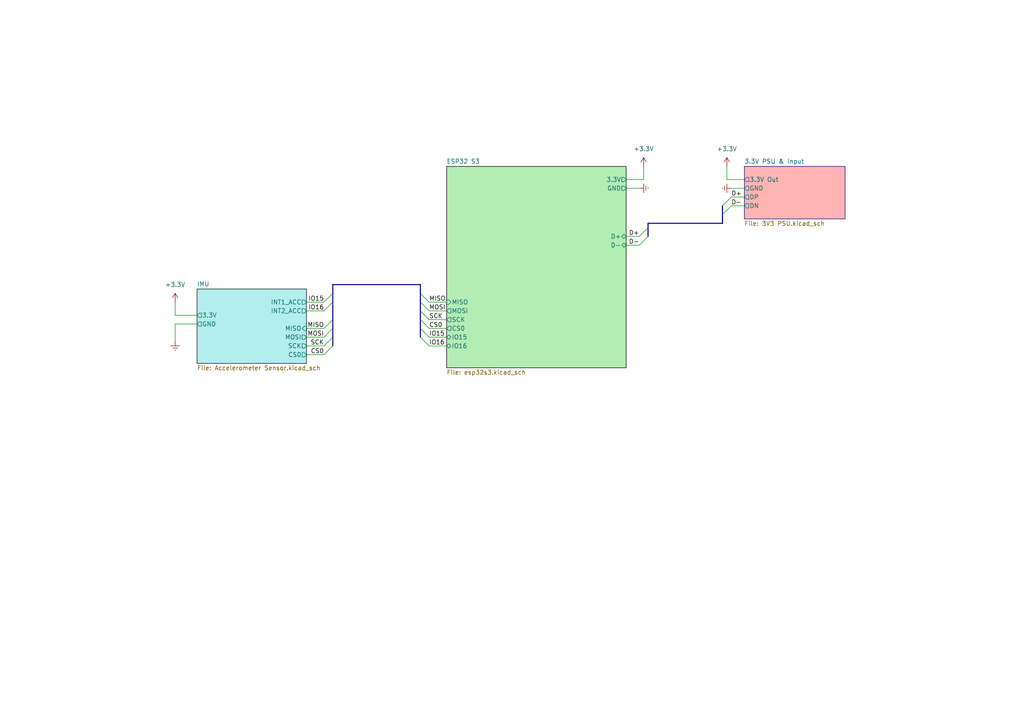
<source format=kicad_sch>
(kicad_sch (version 20250114) (generator "eeschema") (generator_version "9.0")
  (paper "A4")
  (title_block (title "Accelerometer Sensor") (date "2023-07-02") (rev "02") (company "Electronial") (comment 1 "Designed by Electronial") (comment 2 "https://danielismail.com/  ") (comment 3 "Property of NOVOAI[FIVERR]") (comment 4 "@Copyright & Reserved "))
  (lib_symbols
    (symbol "power:+3.3V" (power) (pin_names (offset 0))
      (property "Value" "+3.3V" (at 0 3.556 0))
      (symbol "+3.3V_0_1"
        (polyline (pts (xy -0.762 1.27) (xy 0 2.54)))
        (polyline (pts (xy 0 2.54) (xy 0.762 1.27)))
        (polyline (pts (xy 0 0) (xy 0 2.54)))
      )
      (symbol "+3.3V_1_1"
        (pin power_in line (at 0 0 90) (length 0) (hide yes) (name "+3.3V") (number "1"))
      )
    )
    (symbol "power:Earth" (power) (pin_names (offset 0))
      (symbol "Earth_0_1"
        (polyline (pts (xy -0.635 -1.905) (xy 0.635 -1.905)))
        (polyline (pts (xy -0.127 -2.54) (xy 0.127 -2.54)))
        (polyline (pts (xy 0 -1.27) (xy 0 0)))
        (polyline (pts (xy 1.27 -1.27) (xy -1.27 -1.27)))
      )
      (symbol "Earth_1_1"
        (pin power_in line (at 0 0 270) (length 0) (hide yes) (name "Earth") (number "1"))
      )
    )
  )
  (bus_entry (at 185.42 71.12) (size 2.54 -2.54))
  (bus_entry (at 185.42 68.58) (size 2.54 -2.54))
  (bus_entry (at 93.98 102.87) (size 2.54 -2.54))
  (bus_entry (at 93.98 97.79) (size 2.54 -2.54))
  (bus_entry (at 121.92 95.25) (size 2.54 2.54))
  (bus_entry (at 93.98 100.33) (size 2.54 -2.54))
  (bus_entry (at 121.92 85.09) (size 2.54 2.54))
  (bus_entry (at 209.55 59.69) (size 2.54 -2.54))
  (bus_entry (at 121.92 90.17) (size 2.54 2.54))
  (bus_entry (at 121.92 92.71) (size 2.54 2.54))
  (bus_entry (at 93.98 95.25) (size 2.54 -2.54))
  (bus_entry (at 121.92 97.79) (size 2.54 2.54))
  (bus_entry (at 93.98 90.17) (size 2.54 -2.54))
  (bus_entry (at 93.98 87.63) (size 2.54 -2.54))
  (bus_entry (at 121.92 87.63) (size 2.54 2.54))
  (bus_entry (at 209.55 62.23) (size 2.54 -2.54))
  (wire (pts (xy 212.09 57.15) (xy 215.9 57.15)))
  (bus (pts (xy 121.92 92.71) (xy 121.92 95.25)))
  (wire (pts (xy 181.61 54.61) (xy 185.42 54.61)))
  (bus (pts (xy 209.55 62.23) (xy 209.55 64.77)))
  (bus (pts (xy 121.92 95.25) (xy 121.92 97.79)))
  (wire (pts (xy 124.46 92.71) (xy 129.54 92.71)))
  (wire (pts (xy 186.69 52.07) (xy 181.61 52.07)))
  (wire (pts (xy 210.82 48.26) (xy 210.82 52.07)))
  (bus (pts (xy 96.52 82.55) (xy 96.52 85.09)))
  (wire (pts (xy 124.46 90.17) (xy 129.54 90.17)))
  (bus (pts (xy 96.52 97.79) (xy 96.52 100.33)))
  (wire (pts (xy 88.9 90.17) (xy 93.98 90.17)))
  (bus (pts (xy 96.52 95.25) (xy 96.52 97.79)))
  (wire (pts (xy 186.69 48.26) (xy 186.69 52.07)))
  (bus (pts (xy 121.92 82.55) (xy 96.52 82.55)))
  (wire (pts (xy 212.09 54.61) (xy 215.9 54.61)))
  (wire (pts (xy 124.46 100.33) (xy 129.54 100.33)))
  (wire (pts (xy 88.9 102.87) (xy 93.98 102.87)))
  (wire (pts (xy 124.46 95.25) (xy 129.54 95.25)))
  (wire (pts (xy 212.09 59.69) (xy 215.9 59.69)))
  (wire (pts (xy 88.9 100.33) (xy 93.98 100.33)))
  (bus (pts (xy 121.92 87.63) (xy 121.92 90.17)))
  (wire (pts (xy 88.9 97.79) (xy 93.98 97.79)))
  (bus (pts (xy 96.52 85.09) (xy 96.52 87.63)))
  (bus (pts (xy 121.92 85.09) (xy 121.92 87.63)))
  (wire (pts (xy 88.9 87.63) (xy 93.98 87.63)))
  (wire (pts (xy 50.8 91.44) (xy 57.15 91.44)))
  (bus (pts (xy 187.96 66.04) (xy 187.96 68.58)))
  (wire (pts (xy 57.15 93.98) (xy 50.8 93.98)))
  (wire (pts (xy 50.8 93.98) (xy 50.8 99.06)))
  (bus (pts (xy 121.92 82.55) (xy 121.92 85.09)))
  (bus (pts (xy 121.92 90.17) (xy 121.92 92.71)))
  (bus (pts (xy 209.55 64.77) (xy 187.96 64.77)))
  (bus (pts (xy 96.52 92.71) (xy 96.52 95.25)))
  (wire (pts (xy 185.42 71.12) (xy 181.61 71.12)))
  (bus (pts (xy 187.96 64.77) (xy 187.96 66.04)))
  (wire (pts (xy 185.42 68.58) (xy 181.61 68.58)))
  (wire (pts (xy 50.8 87.63) (xy 50.8 91.44)))
  (wire (pts (xy 88.9 95.25) (xy 93.98 95.25)))
  (wire (pts (xy 124.46 97.79) (xy 129.54 97.79)))
  (wire (pts (xy 210.82 52.07) (xy 215.9 52.07)))
  (wire (pts (xy 124.46 87.63) (xy 129.54 87.63)))
  (bus (pts (xy 96.52 87.63) (xy 96.52 92.71)))
  (bus (pts (xy 209.55 59.69) (xy 209.55 62.23)))
  (label "SCK" (at 93.98 100.33 180))
  (label "SCK" (at 124.46 92.71 0))
  (label "IO16" (at 93.98 90.17 180))
  (label "CS0" (at 124.46 95.25 0))
  (label "D-" (at 185.42 71.12 180))
  (label "D+" (at 185.42 68.58 180))
  (label "IO16" (at 124.46 100.33 0))
  (label "MISO" (at 124.46 87.63 0))
  (label "MISO" (at 93.98 95.25 180))
  (label "D+" (at 212.09 57.15 0))
  (label "MOSI" (at 124.46 90.17 0))
  (label "IO15" (at 93.98 87.63 180))
  (label "MOSI" (at 93.98 97.79 180))
  (label "IO15" (at 124.46 97.79 0))
  (label "D-" (at 212.09 59.69 0))
  (label "CS0" (at 93.98 102.87 180))
  (symbol (lib_id "power:Earth") (at 212.09 54.61 270) (unit 1)
    (property "Reference" "#PWR0106" (effects (hide yes)))
    (property "Value" "Earth" (effects (hide yes)))
  )
  (symbol (lib_id "power:+3.3V") (at 186.69 48.26 0) (unit 1)
    (property "Reference" "#PWR01" (effects (hide yes)))
    (property "Value" "+3.3V" (at 186.69 43.18 0))
  )
  (symbol (lib_id "power:Earth") (at 185.42 54.61 90) (unit 1)
    (property "Reference" "#PWR0105" (effects (hide yes)))
    (property "Value" "Earth" (effects (hide yes)))
  )
  (symbol (lib_id "power:Earth") (at 50.8 99.06 0) (mirror y) (unit 1)
    (property "Reference" "#PWR0101" (effects (hide yes)))
    (property "Value" "Earth" (effects (hide yes)))
  )
  (symbol (lib_id "power:+3.3V") (at 210.82 48.26 0) (unit 1)
    (property "Reference" "#PWR02" (effects (hide yes)))
    (property "Value" "+3.3V" (at 210.82 43.18 0))
  )
  (symbol (lib_id "power:+3.3V") (at 50.8 87.63 0) (unit 1)
    (property "Reference" "#PWR03" (effects (hide yes)))
    (property "Value" "+3.3V" (at 50.8 82.55 0))
  )
  (sheet (at 215.9 48.26) (size 29.21 15.24) (stroke (width 0.1524) (color 0 0 132 1)) (fill (color 255 0 0 0.3000))
    (property "Sheetname" "3.3V PSU & Input" (at 215.9 47.5484 0) (effects (justify left bottom)))
    (property "Sheetfile" "3V3 PSU.kicad_sch" (at 215.9 64.0846 0) (effects (justify left top)))
    (pin "3.3V Out" output (at 215.9 52.07 180))
    (pin "GND" output (at 215.9 54.61 180))
    (pin "DP" output (at 215.9 57.15 180))
    (pin "DN" output (at 215.9 59.69 180))
  )
  (sheet (at 57.15 83.82) (size 31.75 21.59) (stroke (width 0.1524) (color 0 0 0 1)) (fill (color 0 194 194 0.3000))
    (property "Sheetname" "IMU" (at 57.15 83.1084 0) (effects (justify left bottom)))
    (property "Sheetfile" "Accelerometer Sensor.kicad_sch" (at 57.15 105.9946 0) (effects (justify left top)))
    (pin "GND" output (at 57.15 93.98 180))
    (pin "3.3V" output (at 57.15 91.44 180))
    (pin "INT2_ACC" output (at 88.9 90.17 0))
    (pin "INT1_ACC" output (at 88.9 87.63 0))
    (pin "CS0" output (at 88.9 102.87 0))
    (pin "MISO" input (at 88.9 95.25 0))
    (pin "MOSI" output (at 88.9 97.79 0))
    (pin "SCK" output (at 88.9 100.33 0))
  )
  (sheet (at 129.54 48.26) (size 52.07 58.42) (stroke (width 0.1524) (color 0 0 0 1)) (fill (color 0 194 0 0.3000))
    (property "Sheetname" "ESP32 S3" (at 129.54 47.5484 0) (effects (justify left bottom)))
    (property "Sheetfile" "esp32s3.kicad_sch" (at 129.54 107.2646 0) (effects (justify left top)))
    (pin "GND" output (at 181.61 54.61 0))
    (pin "3.3V" output (at 181.61 52.07 0))
    (pin "D-" bidirectional (at 181.61 71.12 0))
    (pin "D+" bidirectional (at 181.61 68.58 0))
    (pin "IO15" bidirectional (at 129.54 97.79 180))
    (pin "IO16" bidirectional (at 129.54 100.33 180))
    (pin "CS0" output (at 129.54 95.25 180))
    (pin "MOSI" output (at 129.54 90.17 180))
    (pin "SCK" output (at 129.54 92.71 180))
    (pin "MISO" input (at 129.54 87.63 180))
  )
)
</source>
